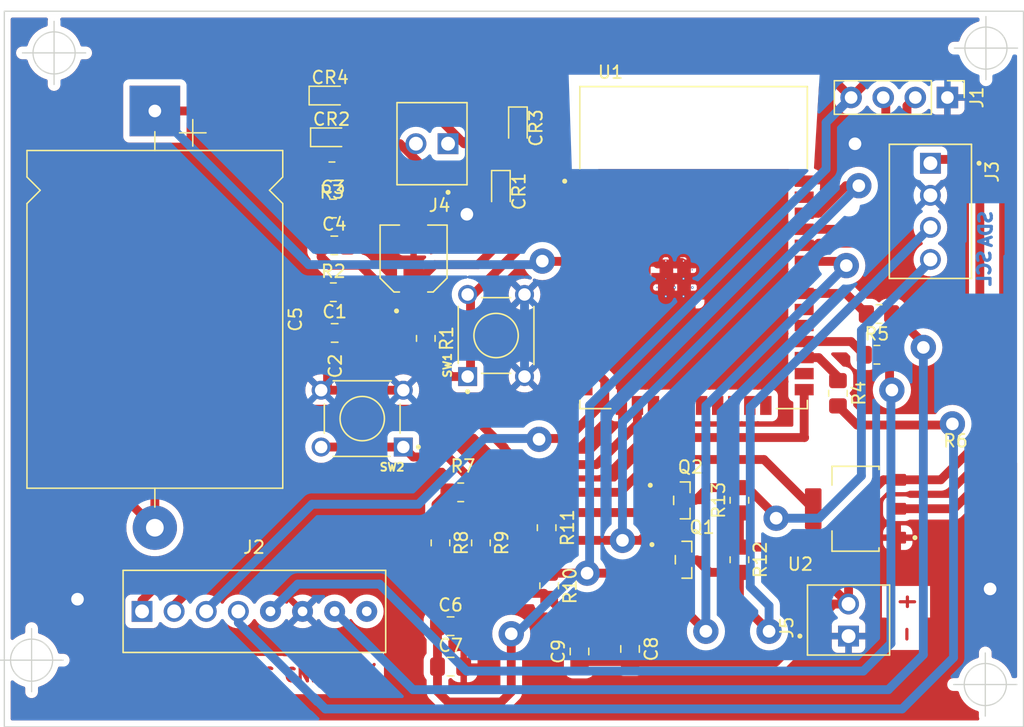
<source format=kicad_pcb>
(kicad_pcb (version 20211014) (generator pcbnew)
  (layers (0 "F.Cu" signal) (31 "B.Cu" signal) (34 "B.Paste" user) (35 "F.Paste" user) (36 "B.SilkS" user "B.Silkscreen") (37 "F.SilkS" user "F.Silkscreen") (38 "B.Mask" user) (39 "F.Mask" user) (44 "Edge.Cuts" user))
  (net 0 "")
  (net 1 "GND")
  (net 2 "Net-(C1-Pad2)")
  (net 3 "Net-(C5-Pad1)")
  (net 4 "Net-(C5-Pad2)")
  (net 5 "Net-(CR1-Pad1)")
  (net 6 "Net-(CR3-Pad1)")
  (net 7 "Net-(J1-Pad2)")
  (net 8 "Net-(J1-Pad3)")
  (net 9 "Net-(J2-Pad1)")
  (net 10 "Net-(J2-Pad2)")
  (net 11 "Net-(J2-Pad3)")
  (net 12 "Net-(J2-Pad4)")
  (net 13 "Net-(J2-Pad5)")
  (net 14 "Net-(J2-Pad7)")
  (net 16 "Net-(J3-Pad3)")
  (net 17 "Net-(J3-Pad4)")
  (net 18 "Net-(Q1-Pad2)")
  (net 40 "+3V3")
  (net 41 "Net-(R7-Pad2)")
  (net 42 "Net-(R4-Pad1)")
  (net 43 "Net-(R5-Pad1)")
  (net 44 "Net-(R6-Pad1)")
  (net 45 "Net-(Q2-Pad2)")
  (net 46 "+5V")
  (footprint "Diode_SMD:D_0603_1608Metric_Pad1.05x0.95mm_HandSolder" (layer "F.Cu") (at 159.6898 43.4086 -90)
    (fp_text reference "CR1")
    (fp_text value "1N4148W-TP")
  )
  (footprint "2N7002:SOT95P240X111-3N" (layer "F.Cu") (at 174.0094 67.8688)
    (fp_text reference "Q2")
    (fp_text value "2N7002")
  )
  (footprint "libraries:TE_1546215-4" (layer "F.Cu") (at 193.675 44.9834 -90)
    (fp_text reference "J3")
    (fp_text value "282837-4")
  )
  (footprint "Resistor_SMD:R_0805_2012Metric_Pad1.20x1.40mm_HandSolder" (layer "F.Cu") (at 154.909 71.2308 -90)
    (fp_text reference "R8")
    (fp_text value "10k")
  )
  (footprint "Resistor_SMD:R_0805_2012Metric_Pad1.20x1.40mm_HandSolder" (layer "F.Cu") (at 158.109 71.2308 -90)
    (fp_text reference "R9")
    (fp_text value "10k")
  )
  (footprint "libraries:SOT229P700X180-4N" (layer "F.Cu") (at 187.7476 68.5292 180)
    (fp_text reference "U2")
    (fp_text value "AMS1117")
  )
  (footprint "Resistor_SMD:R_0805_2012Metric_Pad1.20x1.40mm_HandSolder" (layer "F.Cu") (at 189.611 53.1114)
    (fp_text reference "R6")
    (fp_text value "82")
  )
  (footprint "Capacitor_SMD:C_0805_2012Metric_Pad1.18x1.45mm_HandSolder" (layer "F.Cu") (at 165.909 79.8308 90)
    (fp_text reference "C9")
    (fp_text value "4.7u")
  )
  (footprint "libraries:CAP_EEE0JA101WR" (layer "F.Cu") (at 152.781 48.7172 90)
    (fp_text reference "C2")
    (fp_text value "220u")
  )
  (footprint "Capacitor_THT:CP_Axial_L26.5mm_D20.0mm_P33.00mm_Horizontal" (layer "F.Cu") (at 132.3086 37.0332 -90)
    (fp_text reference "C5")
    (fp_text value "1000µ")
  )
  (footprint "libraries:TE_1546215-2" (layer "F.Cu") (at 154.2385 39.624 180)
    (fp_text reference "J4")
    (fp_text value "282841-2")
  )
  (footprint "Resistor_SMD:R_0805_2012Metric_Pad1.20x1.40mm_HandSolder" (layer "F.Cu") (at 178.562 72.5678 -90)
    (fp_text reference "R12")
    (fp_text value "10k")
  )
  (footprint "Diode_SMD:D_0603_1608Metric_Pad1.05x0.95mm_HandSolder" (layer "F.Cu") (at 146.177 35.814)
    (fp_text reference "CR4")
    (fp_text value "1N4148W-TP")
  )
  (footprint "Capacitor_SMD:C_0805_2012Metric_Pad1.18x1.45mm_HandSolder" (layer "F.Cu") (at 146.4056 44.7548)
    (fp_text reference "C3")
    (fp_text value "22u")
  )
  (footprint "libraries:TE_1546215-2" (layer "F.Cu") (at 187.198 77.343 90)
    (fp_text reference "J5")
    (fp_text value "282841-2")
  )
  (footprint "Capacitor_SMD:C_0805_2012Metric_Pad1.18x1.45mm_HandSolder" (layer "F.Cu") (at 146.5365 54.61)
    (fp_text reference "C1")
    (fp_text value "1u")
  )
  (footprint "Capacitor_SMD:C_0805_2012Metric_Pad1.18x1.45mm_HandSolder" (layer "F.Cu") (at 155.709 81.0308)
    (fp_text reference "C7")
    (fp_text value "4.7u")
  )
  (footprint "Resistor_SMD:R_0805_2012Metric_Pad1.20x1.40mm_HandSolder" (layer "F.Cu") (at 163.509 74.6308 -90)
    (fp_text reference "R10")
    (fp_text value "10k")
  )
  (footprint "Capacitor_SMD:C_0805_2012Metric_Pad1.18x1.45mm_HandSolder" (layer "F.Cu") (at 169.909 79.6308 -90)
    (fp_text reference "C8")
    (fp_text value "0.1u")
  )
  (footprint "Resistor_SMD:R_0805_2012Metric_Pad1.20x1.40mm_HandSolder" (layer "F.Cu") (at 153.7462 55.0418 -90)
    (fp_text reference "R1")
    (fp_text value "10k")
  )
  (footprint "Resistor_SMD:R_0805_2012Metric_Pad1.20x1.40mm_HandSolder" (layer "F.Cu") (at 156.509 67.2308)
    (fp_text reference "R7")
    (fp_text value "10k")
  )
  (footprint "2N7002:SOT95P240X111-3N" (layer "F.Cu") (at 174.1424 72.5678)
    (fp_text reference "Q1")
    (fp_text value "2N7002")
  )
  (footprint "Capacitor_SMD:C_0805_2012Metric_Pad1.18x1.45mm_HandSolder" (layer "F.Cu") (at 146.5072 47.6758)
    (fp_text reference "C4")
    (fp_text value "0.1u")
  )
  (footprint "Resistor_SMD:R_0805_2012Metric_Pad1.20x1.40mm_HandSolder" (layer "F.Cu") (at 189.4426 56.3372)
    (fp_text reference "R5")
    (fp_text value "82")
  )
  (footprint "Resistor_SMD:R_0805_2012Metric_Pad1.20x1.40mm_HandSolder" (layer "F.Cu") (at 146.32 41.8084 180)
    (fp_text reference "R3")
    (fp_text value "120")
  )
  (footprint "Diode_SMD:D_0603_1608Metric_Pad1.05x0.95mm_HandSolder" (layer "F.Cu") (at 161.036 38.3794 -90)
    (fp_text reference "CR3")
    (fp_text value "1N4148W-TP")
  )
  (footprint "libraries:SW_1825910-6-4" (layer "F.Cu") (at 148.717 61.3918 180)
    (fp_text reference "SW2")
    (fp_text value "BOOT")
  )
  (footprint "Resistor_SMD:R_0805_2012Metric_Pad1.20x1.40mm_HandSolder" (layer "F.Cu") (at 178.562 67.8594 90)
    (fp_text reference "R13")
    (fp_text value "10k")
  )
  (footprint "libraries:XCVR_ESP32-WROOM-32E_(16MB)" (layer "F.Cu") (at 174.9375 47.85125)
    (fp_text reference "U1")
    (fp_text value "ESP32-WROOM-32E_(16MB)")
  )
  (footprint "Resistor_SMD:R_0805_2012Metric_Pad1.20x1.40mm_HandSolder" (layer "F.Cu") (at 186.3598 59.3852 -90)
    (fp_text reference "R4")
    (fp_text value "82")
  )
  (footprint "Resistor_SMD:R_0805_2012Metric_Pad1.20x1.40mm_HandSolder" (layer "F.Cu") (at 146.431 51.3842)
    (fp_text reference "R2")
    (fp_text value "560")
  )
  (footprint "Diode_SMD:D_0603_1608Metric_Pad1.05x0.95mm_HandSolder" (layer "F.Cu") (at 146.29 39.116)
    (fp_text reference "CR2")
    (fp_text value "1N4148W-TP")
  )
  (footprint "Capacitor_SMD:C_0805_2012Metric_Pad1.18x1.45mm_HandSolder" (layer "F.Cu") (at 155.709 77.8308)
    (fp_text reference "C6")
    (fp_text value "0.1u")
  )
  (footprint "libraries:TE_1546215-8" (layer "F.Cu") (at 140.1572 76.6572)
    (fp_text reference "J2")
    (fp_text value "R pinnen RGB strips")
  )
  (footprint "Connector_PinHeader_2.54mm:PinHeader_1x04_P2.54mm_Vertical" (layer "F.Cu") (at 195.0212 35.9664 -90)
    (fp_text reference "J1")
    (fp_text value "Conn_01x04_Female")
  )
  (footprint "libraries:SW_1825910-6-4" (layer "F.Cu") (at 159.3088 54.8132 90)
    (fp_text reference "SW1")
    (fp_text value "ENABLE")
  )
  (footprint "Resistor_SMD:R_0805_2012Metric_Pad1.20x1.40mm_HandSolder" (layer "F.Cu") (at 163.309 70.0308 -90)
    (fp_text reference "R11")
    (fp_text value "10k")
  )
  (gr_rect (start 120.396 29.1338) (end 201.041 85.8012) (layer "Edge.Cuts") (width 0.1) (fill none))
  (gr_text "dynamo" (at 154.051 33.4518) (layer "F.Cu") (effects (font (size 1 1) (thickness 0.25))))
  (gr_text "GND\n" (at 144.0942 81.7118) (layer "F.Cu") (effects (font (size 1 1) (thickness 0.25))))
  (gr_text "B" (at 138.938 81.6864) (layer "F.Cu") (effects (font (size 1 1) (thickness 0.25))))
  (gr_text "Bicycle\n" (at 129.7178 82.7786) (layer "F.Cu") (effects (font (size 1.5 1.5) (thickness 0.3))))
  (gr_text "R" (at 146.8628 81.6102) (layer "F.Cu") (effects (font (size 1 1) (thickness 0.25))))
  (gr_text "+\n\n" (at 126.0602 37.9476 90) (layer "F.Cu") (effects (font (size 1.5 1.5) (thickness 0.3))))
  (gr_text "G" (at 141.3002 81.6864) (layer "F.Cu") (effects (font (size 1 1) (thickness 0.25))))
  (gr_text "-\n" (at 125.7554 69.215 90) (layer "F.Cu") (effects (font (size 1.5 1.5) (thickness 0.3))))
  (gr_text "X" (at 149.3266 81.407) (layer "F.Cu") (effects (font (size 1 1) (thickness 0.25)) (justify mirror)))
  (gr_text "-\n" (at 191.7446 78.4606 90) (layer "F.Cu") (effects (font (size 1 1) (thickness 0.25))))
  (gr_text "+" (at 191.7446 75.8952 90) (layer "F.Cu") (effects (font (size 1.5 1) (thickness 0.25))))
  (gr_text "SCL\n" (at 197.9422 49.4792 90) (layer "B.Cu") (effects (font (size 1 1) (thickness 0.25)) (justify mirror)))
  (gr_text "SDA" (at 198.0438 46.3804 90) (layer "B.Cu") (effects (font (size 1 1) (thickness 0.25)) (justify mirror)))
  (target plus (at 198.0692 32.0548) (size 5) (width 0.1) (layer "Edge.Cuts"))
  (target plus (at 124.333 32.4358) (size 5) (width 0.1) (layer "Edge.Cuts"))
  (target plus (at 122.555 80.518) (size 5) (width 0.1) (layer "Edge.Cuts"))
  (target plus (at 198.0184 82.4484) (size 5) (width 0.1) (layer "Edge.Cuts"))
  (segment (start 173.480261 48.261739) (end 172.468463 48.261739) (width 0.7) (layer "F.Cu") (net 1))
  (segment (start 171.387989 51.280287) (end 171.387989 50.742213) (width 0.7) (layer "F.Cu") (net 1))
  (segment (start 172.847 52.451) (end 172.847 50.927) (width 0.7) (layer "F.Cu") (net 1))
  (segment (start 171.387989 50.742213) (end 171.186979 50.541203) (width 0.7) (layer "F.Cu") (net 1))
  (segment (start 174.8375 51.71125) (end 174.8375 52.000509) (width 0.7) (layer "F.Cu") (net 1))
  (segment (start 174.387009 52.451) (end 173.887991 52.451) (width 0.7) (layer "F.Cu") (net 1))
  (segment (start 171.387989 50.8) (end 171.387989 50.742213) (width 0.7) (layer "F.Cu") (net 1))
  (segment (start 172.0375 47.292702) (end 167.336048 42.59125) (width 0.7) (layer "F.Cu") (net 1))
  (segment (start 171.186979 50.541203) (end 171.186979 49.258952) (width 0.7) (layer "F.Cu") (net 1))
  (segment (start 174.787011 48.895) (end 174.787012 48.895) (width 0.7) (layer "F.Cu") (net 1))
  (segment (start 173.4375 48.692702) (end 173.4375 48.760729) (width 0.7) (layer "F.Cu") (net 1))
  (segment (start 174.371 50.8) (end 174.371 49.276) (width 0.7) (layer "F.Cu") (net 1))
  (segment (start 169.2225 60.35125) (end 169.2225 54.52625) (width 0.7) (layer "F.Cu") (net 1))
  (segment (start 175.537011 51.300998) (end 175.126759 51.71125) (width 0.7) (layer "F.Cu") (net 1))
  (segment (start 175.487011 49.880287) (end 175.056048 50.31125) (width 0.7) (layer "F.Cu") (net 1))
  (segment (start 171.186979 49.258952) (end 171.685202 48.760729) (width 0.7) (layer "F.Cu") (net 1))
  (segment (start 175.537011 50.721502) (end 175.537011 51.300998) (width 0.7) (layer "F.Cu") (net 1))
  (segment (start 172.974 52.324) (end 172.974 50.8) (width 0.7) (layer "F.Cu") (net 1))
  (segment (start 172.468463 48.261739) (end 172.0375 48.692702) (width 0.7) (layer "F.Cu") (net 1))
  (segment (start 172.0375 48.692702) (end 172.0375 47.292702) (width 0.7) (layer "F.Cu") (net 1))
  (segment (start 172.0375 52.2765) (end 172.0375 51.71125) (width 0.7) (layer "F.Cu") (net 1))
  (segment (start 174.371 52.197) (end 174.371 50.673) (width 0.7) (layer "F.Cu") (net 1))
  (segment (start 174.8375 48.91125) (end 174.8375 48.692702) (width 0.7) (layer "F.Cu") (net 1))
  (segment (start 173.482 49.149) (end 175.006 49.149) (width 0.7) (layer "F.Cu") (net 1))
  (segment (start 171.676817 50.453385) (end 171.387989 50.8) (width 0.7) (layer "F.Cu") (net 1))
  (segment (start 171.818952 51.71125) (end 171.387989 51.280287) (width 0.7) (layer "F.Cu") (net 1))
  (segment (start 172.0375 51.71125) (end 171.818952 51.71125) (width 0.7) (layer "F.Cu") (net 1))
  (segment (start 169.8715 78.6308) (end 166.0715 78.6308) (width 0.7) (layer "F.Cu") (net 1))
  (segment (start 169.2225 54.52625) (end 172.0375 51.71125) (width 0.7) (layer "F.Cu") (net 1))
  (segment (start 172.085 49.149) (end 173.609 49.149) (width 0.7) (layer "F.Cu") (net 1))
  (segment (start 145.975 55.086) (end 145.499 54.61) (width 0.7) (layer "F.Cu") (net 1))
  (segment (start 172.171761 52.410761) (end 172.0375 52.2765) (width 0.7) (layer "F.Cu") (net 1))
  (segment (start 175.341006 48.341006) (end 181.090761 42.59125) (width 0.7) (layer "F.Cu") (net 1))
  (segment (start 174.787012 48.895) (end 175.341006 48.341006) (width 0.7) (layer "F.Cu") (net 1))
  (segment (start 145.467 59.1418) (end 151.967 59.1418) (width 0.7) (layer "F.Cu") (net 1))
  (segment (start 145.467 59.1418) (end 145.975 58.6338) (width 0.7) (layer "F.Cu") (net 1))
  (segment (start 166.0715 78.6308) (end 165.909 78.7933) (width 0.7) (layer "F.Cu") (net 1))
  (segment (start 174.406537 48.261739) (end 173.480261 48.261739) (width 0.7) (layer "F.Cu") (net 1))
  (segment (start 172.466 52.324) (end 172.466 50.8) (width 0.7) (layer "F.Cu") (net 1))
  (segment (start 175.126759 50.31125) (end 175.537011 50.721502) (width 0.7) (layer "F.Cu") (net 1))
  (segment (start 145.975 58.6338) (end 145.975 55.086) (width 0.7) (layer "F.Cu") (net 1))
  (segment (start 175.126759 51.71125) (end 174.8375 51.71125) (width 0.7) (layer "F.Cu") (net 1))
  (segment (start 173.101 50.8) (end 173.101 52.324) (width 0.7) (layer "F.Cu") (net 1))
  (segment (start 174.8375 48.692702) (end 174.406537 48.261739) (width 0.7) (layer "F.Cu") (net 1))
  (segment (start 173.243399 48.498601) (end 173.4375 48.692702) (width 0.7) (layer "F.Cu") (net 1))
  (segment (start 147.32 47.0795) (end 147.5447 47.3042) (width 0.7) (layer "F.Cu") (net 1))
  (segment (start 173.027248 52.410761) (end 172.171761 52.410761) (width 0.7) (layer "F.Cu") (net 1))
  (segment (start 173.99 52.197) (end 173.99 50.673) (width 0.7) (layer "F.Cu") (net 1))
  (segment (start 173.4375 52.000509) (end 173.027248 52.410761) (width 0.7) (layer "F.Cu") (net 1))
  (segment (start 175.341006 48.341006) (end 175.487011 48.487011) (width 0.7) (layer "F.Cu") (net 1))
  (segment (start 173.480261 48.261739) (end 173.243399 48.498601) (width 0.7) (layer "F.Cu") (net 1))
  (segment (start 175.056048 50.31125) (end 174.8375 50.31125) (width 0.7) (layer "F.Cu") (net 1))
  (segment (start 169.909 78.5933) (end 169.8715 78.6308) (width 0.7) (layer "F.Cu") (net 1))
  (segment (start 173.99 50.546) (end 173.99 49.022) (width 0.7) (layer "F.Cu") (net 1))
  (segment (start 173.887991 52.451) (end 173.4375 52.000509) (width 0.7) (layer "F.Cu") (net 1))
  (segment (start 172.974 50.927) (end 172.974 49.403) (width 0.7) (layer "F.Cu") (net 1))
  (segment (start 174.8375 50.31125) (end 175.126759 50.31125) (width 0.7) (layer "F.Cu") (net 1))
  (segment (start 174.8375 52.000509) (end 174.387009 52.451) (width 0.7) (layer "F.Cu") (net 1))
  (segment (start 171.387989 50.742213) (end 171.676817 50.453385) (width 0.7) (layer "F.Cu") (net 1))
  (segment (start 173.4375 51.71125) (end 173.4375 52.000509) (width 0.7) (layer "F.Cu") (net 1))
  (segment (start 147.5447 47.3042) (end 147.5447 47.6758) (width 0.7) (layer "F.Cu") (net 1))
  (segment (start 181.090761 42.59125) (end 183.6875 42.59125) (width 0.7) (layer "F.Cu") (net 1))
  (segment (start 175.487011 48.487011) (end 175.487011 49.880287) (width 0.7) (layer "F.Cu") (net 1))
  (segment (start 167.336048 42.59125) (end 166.1875 42.59125) (width 0.7) (layer "F.Cu") (net 1))
  (segment (start 172.593 50.927) (end 172.593 49.403) (width 0.7) (layer "F.Cu") (net 1))
  (via (at 198.3994 74.8792) (size 2) (drill 1) (layers "F.Cu" "B.Cu") (net 1))
  (via (at 156.9974 45.212) (size 2) (drill 1) (layers "F.Cu" "B.Cu") (net 1))
  (via (at 187.709 39.6308) (size 2) (drill 1) (layers "F.Cu" "B.Cu") (net 1))
  (via (at 126.1872 75.692) (size 2) (drill 1) (layers "F.Cu" "B.Cu") (net 1))
  (segment (start 161.5588 51.5632) (end 161.5588 58.0632) (width 0.7) (layer "B.Cu") (net 1))
  (segment (start 157.5042 51.5632) (end 163.93615 45.13125) (width 0.7) (layer "F.Cu") (net 2))
  (segment (start 148.6756 55.7116) (end 147.574 54.61) (width 0.7) (layer "F.Cu") (net 2))
  (segment (start 157.0588 58.0632) (end 157.2874 57.8346) (width 0.7) (layer "F.Cu") (net 2))
  (segment (start 163.93615 45.13125) (end 166.1875 45.13125) (width 0.7) (layer "F.Cu") (net 2))
  (segment (start 155.7676 58.0632) (end 153.7462 56.0418) (width 0.7) (layer "F.Cu") (net 2))
  (segment (start 157.2874 51.7918) (end 157.0588 51.5632) (width 0.7) (layer "F.Cu") (net 2))
  (segment (start 166.1875 45.13125) (end 165.058478 45.13125) (width 0.7) (layer "F.Cu") (net 2))
  (segment (start 157.0588 58.0632) (end 155.7676 58.0632) (width 0.7) (layer "F.Cu") (net 2))
  (segment (start 157.2874 57.8346) (end 157.2874 51.7918) (width 0.7) (layer "F.Cu") (net 2))
  (segment (start 157.0588 51.5632) (end 157.5042 51.5632) (width 0.7) (layer "F.Cu") (net 2))
  (segment (start 153.7462 56.0418) (end 153.416 55.7116) (width 0.7) (layer "F.Cu") (net 2))
  (segment (start 153.416 55.7116) (end 148.6756 55.7116) (width 0.7) (layer "F.Cu") (net 2))
  (segment (start 147.701 54.737) (end 147.574 54.61) (width 0.7) (layer "F.Cu") (net 2))
  (segment (start 162.98725 48.94125) (end 166.1875 48.94125) (width 0.7) (layer "F.Cu") (net 3))
  (segment (start 145.302 41.7904) (end 145.32 41.8084) (width 0.7) (layer "F.Cu") (net 3))
  (segment (start 145.302 35.814) (end 145.302 41.7904) (width 0.7) (layer "F.Cu") (net 3))
  (segment (start 145.2184 41.8084) (end 140.4432 37.0332) (width 0.7) (layer "F.Cu") (net 3))
  (segment (start 140.4432 37.0332) (end 132.3086 37.0332) (width 0.7) (layer "F.Cu") (net 3))
  (segment (start 162.9664 48.9204) (end 162.98725 48.94125) (width 0.7) (layer "F.Cu") (net 3))
  (segment (start 145.32 41.8084) (end 145.2184 41.8084) (width 0.7) (layer "F.Cu") (net 3))
  (via (at 162.9664 48.9204) (size 2) (drill 1) (layers "F.Cu" "B.Cu") (net 3))
  (segment (start 162.9664 48.9204) (end 162.687 49.1998) (width 0.7) (layer "B.Cu") (net 3))
  (segment (start 144.4752 49.1998) (end 132.3086 37.0332) (width 0.7) (layer "B.Cu") (net 3))
  (segment (start 162.687 49.1998) (end 144.4752 49.1998) (width 0.7) (layer "B.Cu") (net 3))
  (segment (start 161.036 39.2544) (end 161.7472 39.9656) (width 0.7) (layer "F.Cu") (net 4))
  (segment (start 160.51553 31.6738) (end 160.775765 31.934035) (width 0.7) (layer "F.Cu") (net 4))
  (segment (start 128.143 65.8676) (end 132.3086 70.0332) (width 0.7) (layer "F.Cu") (net 4))
  (segment (start 160.775765 31.934035) (end 160.54093 31.6992) (width 0.7) (layer "F.Cu") (net 4))
  (segment (start 160.775765 31.934035) (end 162.78608 33.94435) (width 0.7) (layer "F.Cu") (net 4))
  (segment (start 161.7472 39.9656) (end 161.7472 43.0784) (width 0.7) (layer "F.Cu") (net 4))
  (segment (start 132.3086 70.0332) (end 132.3086 64.5066) (width 0.7) (layer "F.Cu") (net 4))
  (segment (start 162.78608 33.94435) (end 162.78608 38.81372) (width 0.7) (layer "F.Cu") (net 4))
  (segment (start 162.78608 38.81372) (end 162.3454 39.2544) (width 0.7) (layer "F.Cu") (net 4))
  (segment (start 131.445 31.6992) (end 128.143 35.0012) (width 0.7) (layer "F.Cu") (net 4))
  (segment (start 161.7472 43.0784) (end 160.542 44.2836) (width 0.7) (layer "F.Cu") (net 4))
  (segment (start 160.54093 31.6992) (end 131.445 31.6992) (width 0.7) (layer "F.Cu") (net 4))
  (segment (start 132.3086 64.5066) (end 145.431 51.3842) (width 0.7) (layer "F.Cu") (net 4))
  (segment (start 162.3454 39.2544) (end 161.036 39.2544) (width 0.7) (layer "F.Cu") (net 4))
  (segment (start 128.143 35.0012) (end 128.143 65.8676) (width 0.7) (layer "F.Cu") (net 4))
  (segment (start 160.542 44.2836) (end 159.6898 44.2836) (width 0.7) (layer "F.Cu") (net 4))
  (segment (start 151.6985 39.624) (end 147.673 39.624) (width 0.7) (layer "F.Cu") (net 5))
  (segment (start 159.6898 42.5336) (end 159.653 42.5704) (width 0.7) (layer "F.Cu") (net 5))
  (segment (start 147.673 39.624) (end 147.165 39.116) (width 0.7) (layer "F.Cu") (net 5))
  (segment (start 159.653 42.5704) (end 154.6449 42.5704) (width 0.7) (layer "F.Cu") (net 5))
  (segment (start 154.6449 42.5704) (end 151.6985 39.624) (width 0.7) (layer "F.Cu") (net 5))
  (segment (start 152.9685 35.814) (end 147.052 35.814) (width 0.7) (layer "F.Cu") (net 6))
  (segment (start 158.8981 37.5044) (end 161.036 37.5044) (width 0.7) (layer "F.Cu") (net 6))
  (segment (start 156.7785 39.624) (end 152.9685 35.814) (width 0.7) (layer "F.Cu") (net 6))
  (segment (start 156.7785 39.624) (end 158.8981 37.5044) (width 0.7) (layer "F.Cu") (net 6))
  (segment (start 191.8208 45.0596) (end 189.357 47.5234) (width 0.7) (layer "F.Cu") (net 7))
  (segment (start 191.8208 36.6268) (end 191.8208 45.0596) (width 0.7) (layer "F.Cu") (net 7))
  (segment (start 190.3476 46.5328) (end 189.357 47.5234) (width 0.7) (layer "F.Cu") (net 7))
  (segment (start 189.33437 47.50077) (end 184.847341 47.50077) (width 0.7) (layer "F.Cu") (net 7))
  (segment (start 184.676861 47.67125) (end 183.6875 47.67125) (width 0.7) (layer "F.Cu") (net 7))
  (segment (start 189.357 47.5234) (end 189.33437 47.50077) (width 0.7) (layer "F.Cu") (net 7))
  (segment (start 192.4812 35.9664) (end 191.8208 36.6268) (width 0.7) (layer "F.Cu") (net 7))
  (segment (start 184.847341 47.50077) (end 184.676861 47.67125) (width 0.7) (layer "F.Cu") (net 7))
  (segment (start 189.9412 35.9664) (end 190.1444 36.1696) (width 0.7) (layer "F.Cu") (net 8))
  (segment (start 190.1444 44.1452) (end 187.88835 46.40125) (width 0.7) (layer "F.Cu") (net 8))
  (segment (start 190.1444 36.1696) (end 190.1444 44.1452) (width 0.7) (layer "F.Cu") (net 8))
  (segment (start 187.88835 46.40125) (end 183.6875 46.40125) (width 0.7) (layer "F.Cu") (net 8))
  (segment (start 131.2952 75.791) (end 131.2952 76.6572) (width 0.7) (layer "F.Cu") (net 9))
  (segment (start 143.89832 60.64788) (end 141.7066 62.8396) (width 0.7) (layer "F.Cu") (net 9))
  (segment (start 141.7066 62.8396) (end 141.7066 65.3796) (width 0.7) (layer "F.Cu") (net 9))
  (segment (start 164.58275 60.706) (end 162.946556 60.706) (width 0.7) (layer "F.Cu") (net 9))
  (segment (start 141.7066 65.3796) (end 131.2952 75.791) (width 0.7) (layer "F.Cu") (net 9))
  (segment (start 166.1875 59.10125) (end 164.58275 60.706) (width 0.7) (layer "F.Cu") (net 9))
  (segment (start 162.946556 60.706) (end 162.888436 60.64788) (width 0.7) (layer "F.Cu") (net 9))
  (segment (start 162.888436 60.64788) (end 143.89832 60.64788) (width 0.7) (layer "F.Cu") (net 9))
  (segment (start 170.4925 61.80125) (end 167.26295 65.0308) (width 0.7) (layer "F.Cu") (net 10))
  (segment (start 144.7038 61.7474) (end 143.002 63.4492) (width 0.7) (layer "F.Cu") (net 10))
  (segment (start 161.234817 65.0308) (end 159.959489 63.755472) (width 0.7) (layer "F.Cu") (net 10))
  (segment (start 133.8352 76.172) (end 133.8352 76.6572) (width 0.7) (layer "F.Cu") (net 10))
  (segment (start 143.002 67.0052) (end 133.8352 76.172) (width 0.7) (layer "F.Cu") (net 10))
  (segment (start 159.959489 63.681289) (end 158.0256 61.7474) (width 0.7) (layer "F.Cu") (net 10))
  (segment (start 159.959489 63.755472) (end 159.959489 63.681289) (width 0.7) (layer "F.Cu") (net 10))
  (segment (start 167.26295 65.0308) (end 161.234817 65.0308) (width 0.7) (layer "F.Cu") (net 10))
  (segment (start 170.4925 60.35125) (end 170.4925 61.80125) (width 0.7) (layer "F.Cu") (net 10))
  (segment (start 158.0256 61.7474) (end 144.7038 61.7474) (width 0.7) (layer "F.Cu") (net 10))
  (segment (start 143.002 63.4492) (end 143.002 67.0052) (width 0.7) (layer "F.Cu") (net 10))
  (segment (start 162.709 63.0308) (end 162.7732 62.9666) (width 0.7) (layer "F.Cu") (net 11))
  (segment (start 162.7732 62.9666) (end 164.973 62.9666) (width 0.7) (layer "F.Cu") (net 11))
  (segment (start 167.3375 57.83125) (end 166.1875 57.83125) (width 0.7) (layer "F.Cu") (net 11))
  (segment (start 164.973 62.9666) (end 167.909 60.0306) (width 0.7) (layer "F.Cu") (net 11))
  (segment (start 167.909 58.40275) (end 167.3375 57.83125) (width 0.7) (layer "F.Cu") (net 11))
  (segment (start 167.909 60.0306) (end 167.909 58.40275) (width 0.7) (layer "F.Cu") (net 11))
  (via (at 162.709 63.0308) (size 2) (drill 1) (layers "F.Cu" "B.Cu") (net 11))
  (segment (start 136.3752 76.54624) (end 136.3752 76.6572) (width 0.7) (layer "B.Cu") (net 11))
  (segment (start 153.1662 68.1736) (end 144.74784 68.1736) (width 0.7) (layer "B.Cu") (net 11))
  (segment (start 144.74784 68.1736) (end 136.3752 76.54624) (width 0.7) (layer "B.Cu") (net 11))
  (segment (start 162.709 63.0308) (end 162.6448 62.9666) (width 0.7) (layer "B.Cu") (net 11))
  (segment (start 162.6448 62.9666) (end 158.3732 62.9666) (width 0.7) (layer "B.Cu") (net 11))
  (segment (start 158.3732 62.9666) (end 153.1662 68.1736) (width 0.7) (layer "B.Cu") (net 11))
  (segment (start 195.326 61.8998) (end 195.4149 61.8109) (width 0.7) (layer "F.Cu") (net 12))
  (segment (start 192.8622 61.8998) (end 193.4718 61.8998) (width 0.7) (layer "F.Cu") (net 12))
  (segment (start 187.8744 61.8998) (end 192.8622 61.8998) (width 0.7) (layer "F.Cu") (net 12))
  (segment (start 186.3598 60.3852) (end 187.8744 61.8998) (width 0.7) (layer "F.Cu") (net 12))
  (segment (start 192.8622 61.8998) (end 195.326 61.8998) (width 0.7) (layer "F.Cu") (net 12))
  (via (at 195.4149 61.8109) (size 2) (drill 1) (layers "F.Cu" "B.Cu") (net 12))
  (segment (start 145.1597 83.7933) (end 138.9152 77.5488) (width 0.7) (layer "B.Cu") (net 12))
  (segment (start 195.4149 61.8109) (end 195.5038 61.8998) (width 0.7) (layer "B.Cu") (net 12))
  (segment (start 145.2131 83.7933) (end 145.1597 83.7933) (width 0.7) (layer "B.Cu") (net 12))
  (segment (start 195.5038 80.3148) (end 191.4398 84.3788) (width 0.7) (layer "B.Cu") (net 12))
  (segment (start 195.5038 61.8998) (end 195.5038 80.3148) (width 0.7) (layer "B.Cu") (net 12))
  (segment (start 145.7986 84.3788) (end 145.2131 83.7933) (width 0.7) (layer "B.Cu") (net 12))
  (segment (start 138.9152 77.5488) (end 138.9152 76.6572) (width 0.7) (layer "B.Cu") (net 12))
  (segment (start 145.2131 83.7933) (end 144.8842 83.4644) (width 0.7) (layer "B.Cu") (net 12))
  (segment (start 195.3514 61.7474) (end 195.4149 61.8109) (width 0.7) (layer "B.Cu") (net 12))
  (segment (start 191.4398 84.3788) (end 145.7986 84.3788) (width 0.7) (layer "B.Cu") (net 12))
  (segment (start 190.4426 58.9468) (end 190.4426 56.3372) (width 0.7) (layer "F.Cu") (net 13))
  (segment (start 190.627 59.1312) (end 190.4426 58.9468) (width 0.7) (layer "F.Cu") (net 13))
  (via (at 190.627 59.1312) (size 2) (drill 1) (layers "F.Cu" "B.Cu") (net 13))
  (segment (start 156.972 81.3816) (end 150.0886 74.4982) (width 0.7) (layer "B.Cu") (net 13))
  (segment (start 190.5508 79.1972) (end 188.3664 81.3816) (width 0.7) (layer "B.Cu") (net 13))
  (segment (start 190.627 59.1312) (end 190.5508 59.2074) (width 0.7) (layer "B.Cu") (net 13))
  (segment (start 143.6142 74.4982) (end 141.4552 76.6572) (width 0.7) (layer "B.Cu") (net 13))
  (segment (start 190.5508 59.2074) (end 190.5508 79.1972) (width 0.7) (layer "B.Cu") (net 13))
  (segment (start 188.3664 81.3816) (end 156.972 81.3816) (width 0.7) (layer "B.Cu") (net 13))
  (segment (start 150.0886 74.4982) (end 143.6142 74.4982) (width 0.7) (layer "B.Cu") (net 13))
  (segment (start 193.1162 55.4228) (end 190.8048 53.1114) (width 0.7) (layer "F.Cu") (net 14))
  (segment (start 193.1162 55.753) (end 193.1162 55.4228) (width 0.7) (layer "F.Cu") (net 14))
  (segment (start 190.8048 53.1114) (end 190.611 53.1114) (width 0.7) (layer "F.Cu") (net 14))
  (via (at 193.1162 55.753) (size 2) (drill 1) (layers "F.Cu" "B.Cu") (net 14))
  (segment (start 152.7328 82.8548) (end 146.5352 76.6572) (width 0.7) (layer "B.Cu") (net 14))
  (segment (start 193.1162 80.0862) (end 190.3476 82.8548) (width 0.7) (layer "B.Cu") (net 14))
  (segment (start 190.3476 82.8548) (end 152.7328 82.8548) (width 0.7) (layer "B.Cu") (net 14))
  (segment (start 193.1162 55.753) (end 193.1162 80.0862) (width 0.7) (layer "B.Cu") (net 14))
  (segment (start 178.562 73.5678) (end 178.562 75.8838) (width 0.7) (layer "F.Cu") (net 16))
  (segment (start 178.562 73.5678) (end 176.2024 73.5678) (width 0.7) (layer "F.Cu") (net 16))
  (segment (start 178.562 75.8838) (end 180.909 78.2308) (width 0.7) (layer "F.Cu") (net 16))
  (segment (start 176.2024 73.5678) (end 175.2024 72.5678) (width 0.7) (layer "F.Cu") (net 16))
  (via (at 180.909 78.2308) (size 2) (drill 1) (layers "F.Cu" "B.Cu") (net 16))
  (segment (start 180.909 76.207222) (end 180.909 78.2308) (width 0.7) (layer "B.Cu") (net 16))
  (segment (start 179.420789 74.719011) (end 180.909 76.207222) (width 0.7) (layer "B.Cu") (net 16))
  (segment (start 193.675 46.2534) (end 193.6496 46.2534) (width 0.7) (layer "B.Cu") (net 16))
  (segment (start 180.4924 59.4106) (end 179.420789 60.482211) (width 0.7) (layer "B.Cu") (net 16))
  (segment (start 179.420789 60.482211) (end 179.420789 74.719011) (width 0.7) (layer "B.Cu") (net 16))
  (segment (start 193.6496 46.2534) (end 180.4924 59.4106) (width 0.7) (layer "B.Cu") (net 16))
  (segment (start 179.199798 66.8594) (end 178.562 66.8594) (width 0.7) (layer "F.Cu") (net 17))
  (segment (start 178.562 66.8594) (end 176.0788 66.8594) (width 0.7) (layer "F.Cu") (net 17))
  (segment (start 181.4703 69.2785) (end 181.483 69.2912) (width 0.7) (layer "F.Cu") (net 17))
  (segment (start 181.4703 69.2785) (end 181.4703 69.129902) (width 0.7) (layer "F.Cu") (net 17))
  (segment (start 176.0788 66.8594) (end 175.0694 67.8688) (width 0.7) (layer "F.Cu") (net 17))
  (segment (start 181.4703 69.129902) (end 179.199798 66.8594) (width 0.7) (layer "F.Cu") (net 17))
  (via (at 181.4703 69.2785) (size 2) (drill 1) (layers "F.Cu" "B.Cu") (net 17))
  (segment (start 188.214 54.4068) (end 188.214 65.9258) (width 0.7) (layer "B.Cu") (net 17))
  (segment (start 188.214 65.9258) (end 184.8613 69.2785) (width 0.7) (layer "B.Cu") (net 17))
  (segment (start 184.8613 69.2785) (end 181.4703 69.2785) (width 0.7) (layer "B.Cu") (net 17))
  (segment (start 193.675 48.7934) (end 193.675 48.9458) (width 0.7) (layer "B.Cu") (net 17))
  (segment (start 193.675 48.9458) (end 188.214 54.4068) (width 0.7) (layer "B.Cu") (net 17))
  (segment (start 173.0824 73.5178) (end 173.0824 75.4042) (width 0.7) (layer "F.Cu") (net 18))
  (segment (start 170.3694 76.2308) (end 173.0824 73.5178) (width 0.7) (layer "F.Cu") (net 18))
  (segment (start 163.509 75.6308) (end 164.109 76.2308) (width 0.7) (layer "F.Cu") (net 18))
  (segment (start 173.0824 75.4042) (end 175.909 78.2308) (width 0.7) (layer "F.Cu") (net 18))
  (segment (start 154.909 72.6308) (end 154.909 72.2308) (width 0.7) (layer "F.Cu") (net 18))
  (segment (start 163.509 75.6308) (end 163.109 75.2308) (width 0.7) (layer "F.Cu") (net 18))
  (segment (start 183.6875 48.94125) (end 186.68545 48.94125) (width 0.7) (layer "F.Cu") (net 18))
  (segment (start 163.109 75.2308) (end 157.509 75.2308) (width 0.7) (layer "F.Cu") (net 18))
  (segment (start 164.109 76.2308) (end 170.3694 76.2308) (width 0.7) (layer "F.Cu") (net 18))
  (segment (start 186.68545 48.94125) (end 187.0202 49.276) (width 0.7) (layer "F.Cu") (net 18))
  (segment (start 157.509 75.2308) (end 154.909 72.6308) (width 0.7) (layer "F.Cu") (net 18))
  (via (at 175.909 78.2308) (size 2) (drill 1) (layers "F.Cu" "B.Cu") (net 18))
  (via (at 187.0202 49.276) (size 2) (drill 1) (layers "F.Cu" "B.Cu") (net 18))
  (segment (start 175.909 60.3872) (end 175.909 78.2308) (width 0.7) (layer "B.Cu") (net 18))
  (segment (start 187.0202 49.276) (end 175.909 60.3872) (width 0.7) (layer "B.Cu") (net 18))
  (segment (start 170.754044 68.8308) (end 172.666044 66.9188) (width 0.7) (layer "F.Cu") (net 40))
  (segment (start 164.1856 34.3408) (end 164.1856 43.288372) (width 0.7) (layer "F.Cu") (net 40))
  (segment (start 189.8396 33.528) (end 195.834 33.528) (width 0.7) (layer "F.Cu") (net 40))
  (segment (start 172.9494 66.5904) (end 172.9494 66.9188) (width 0.7) (layer "F.Cu") (net 40))
  (segment (start 163.309 69.0308) (end 159.309 69.0308) (width 0.7) (layer "F.Cu") (net 40))
  (segment (start 163.22495 43.86125) (end 157.8864 49.1998) (width 0.7) (layer "F.Cu") (net 40))
  (segment (start 145.4095 44.7962) (end 145.4095 47.6156) (width 0.7) (layer "F.Cu") (net 40))
  (segment (start 153.7462 54.0418) (end 153.4762 53.7718) (width 0.7) (layer "F.Cu") (net 40))
  (segment (start 163.509 68.8308) (end 170.754044 68.8308) (width 0.7) (layer "F.Cu") (net 40))
  (segment (start 148.5646 49.2506) (end 150.359 51.045) (width 0.7) (layer "F.Cu") (net 40))
  (segment (start 197.855011 35.549011) (end 197.931211 35.549011) (width 0.7) (layer "F.Cu") (net 40))
  (segment (start 159.309 69.0308) (end 158.109 70.2308) (width 0.7) (layer "F.Cu") (net 40))
  (segment (start 154.559 69.8808) (end 154.909 70.2308) (width 0.7) (layer "F.Cu") (net 40))
  (segment (start 159.709 83.8308) (end 155.509 83.8308) (width 0.7) (layer "F.Cu") (net 40))
  (segment (start 145.4697 48.5941) (end 146.1262 49.2506) (width 0.7) (layer "F.Cu") (net 40))
  (segment (start 195.834 33.528) (end 197.855011 35.549011) (width 0.7) (layer "F.Cu") (net 40))
  (segment (start 160.509 78.4308) (end 160.509 83.0308) (width 0.7) (layer "F.Cu") (net 40))
  (segment (start 145.4697 47.6758) (end 145.4697 48.5941) (width 0.7) (layer "F.Cu") (net 40))
  (segment (start 199.4662 37.084) (end 199.4662 37.4142) (width 0.7) (layer "F.Cu") (net 40))
  (segment (start 166.1875 43.86125) (end 163.22495 43.86125) (width 0.7) (layer "F.Cu") (net 40))
  (segment (start 154.4484 49.1998) (end 152.781 50.8672) (width 0.7) (layer "F.Cu") (net 40))
  (segment (start 171.996183 71.6178) (end 173.0824 71.6178) (width 0.7) (layer "F.Cu") (net 40))
  (segment (start 199.4662 37.4142) (end 199.4662 64.5922) (width 0.7) (layer "F.Cu") (net 40))
  (segment (start 152.146 74.0678) (end 154.6715 76.5933) (width 0.7) (layer "F.Cu") (net 40))
  (segment (start 152.6032 51.045) (end 152.781 50.8672) (width 0.7) (layer "F.Cu") (net 40))
  (segment (start 145.3681 44.7548) (end 145.4095 44.7962) (width 0.7) (layer "F.Cu") (net 40))
  (segment (start 199.4662 64.5922) (end 195.5292 68.5292) (width 0.7) (layer "F.Cu") (net 40))
  (segment (start 184.4026 68.5292) (end 180.5042 64.6308) (width 0.7) (layer "F.Cu") (net 40))
  (segment (start 155.509 67.2308) (end 154.559 68.1808) (width 0.7) (layer "F.Cu") (net 40))
  (segment (start 163.309 69.0308) (end 163.509 68.8308) (width 0.7) (layer "F.Cu") (net 40))
  (segment (start 166.509 73.6308) (end 169.983183 73.6308) (width 0.7) (layer "F.Cu") (net 40))
  (segment (start 187.4012 35.9664) (end 188.850711 34.516889) (width 0.7) (layer "F.Cu") (net 40))
  (segment (start 152.781 53.0766) (end 153.7462 54.0418) (width 0.7) (layer "F.Cu") (net 40))
  (segment (start 184.3786 32.9438) (end 187.4012 35.9664) (width 0.7) (layer "F.Cu") (net 40))
  (segment (start 172.666044 66.9188) (end 172.9494 66.9188) (width 0.7) (layer "F.Cu") (net 40))
  (segment (start 165.5826 32.9438) (end 164.1856 34.3408) (width 0.7) (layer "F.Cu") (net 40))
  (segment (start 152.324 70.2308) (end 152.146 70.4088) (width 0.7) (layer "F.Cu") (net 40))
  (segment (start 164.1856 43.288372) (end 164.758478 43.86125) (width 0.7) (layer "F.Cu") (net 40))
  (segment (start 180.5042 64.6308) (end 174.909 64.6308) (width 0.7) (layer "F.Cu") (net 40))
  (segment (start 146.1262 49.2506) (end 148.5646 49.2506) (width 0.7) (layer "F.Cu") (net 40))
  (segment (start 157.8864 49.1998) (end 154.4484 49.1998) (width 0.7) (layer "F.Cu") (net 40))
  (segment (start 169.983183 73.6308) (end 171.996183 71.6178) (width 0.7) (layer "F.Cu") (net 40))
  (segment (start 154.6715 82.9933) (end 154.6715 81.0308) (width 0.7) (layer "F.Cu") (net 40))
  (segment (start 154.909 70.2308) (end 152.324 70.2308) (width 0.7) (layer "F.Cu") (net 40))
  (segment (start 155.509 83.8308) (end 154.6715 82.9933) (width 0.7) (layer "F.Cu") (net 40))
  (segment (start 163.509 73.6308) (end 166.509 73.6308) (width 0.7) (layer "F.Cu") (net 40))
  (segment (start 154.6715 76.5933) (end 154.6715 77.8308) (width 0.7) (layer "F.Cu") (net 40))
  (segment (start 160.509 83.0308) (end 159.709 83.8308) (width 0.7) (layer "F.Cu") (net 40))
  (segment (start 150.359 51.045) (end 152.6032 51.045) (width 0.7) (layer "F.Cu") (net 40))
  (segment (start 145.4095 47.6156) (end 145.4697 47.6758) (width 0.7) (layer "F.Cu") (net 40))
  (segment (start 165.5826 32.9438) (end 184.3786 32.9438) (width 0.7) (layer "F.Cu") (net 40))
  (segment (start 152.146 70.4088) (end 152.146 74.0678) (width 0.7) (layer "F.Cu") (net 40))
  (segment (start 197.931211 35.549011) (end 199.4662 37.084) (width 0.7) (layer "F.Cu") (net 40))
  (segment (start 174.909 64.6308) (end 172.9494 66.5904) (width 0.7) (layer "F.Cu") (net 40))
  (segment (start 188.850711 34.516889) (end 189.8396 33.528) (width 0.7) (layer "F.Cu") (net 40))
  (segment (start 195.5292 68.5292) (end 191.0926 68.5292) (width 0.7) (layer "F.Cu") (net 40))
  (segment (start 164.758478 43.86125) (end 166.1875 43.86125) (width 0.7) (layer "F.Cu") (net 40))
  (segment (start 188.850711 34.516889) (end 189.000711 34.366889) (width 0.7) (layer "F.Cu") (net 40))
  (segment (start 154.559 68.1808) (end 154.559 69.8808) (width 0.7) (layer "F.Cu") (net 40))
  (segment (start 154.6715 77.8308) (end 154.6715 81.0308) (width 0.7) (layer "F.Cu") (net 40))
  (segment (start 152.781 50.8672) (end 152.781 53.0766) (width 0.7) (layer "F.Cu") (net 40))
  (segment (start 154.909 70.2308) (end 158.109 70.2308) (width 0.7) (layer "F.Cu") (net 40))
  (via (at 166.509 73.6308) (size 2) (drill 1) (layers "F.Cu" "B.Cu") (net 40))
  (via (at 160.509 78.4308) (size 2) (drill 1) (layers "F.Cu" "B.Cu") (net 40))
  (segment (start 166.509 73.6308) (end 166.709 73.4308) (width 0.7) (layer "B.Cu") (net 40))
  (segment (start 166.709 73.4308) (end 166.709 60.341141) (width 0.7) (layer "B.Cu") (net 40))
  (segment (start 185.423089 41.627052) (end 185.423089 37.944511) (width 0.7) (layer "B.Cu") (net 40))
  (segment (start 185.423089 37.944511) (end 187.4012 35.9664) (width 0.7) (layer "B.Cu") (net 40))
  (segment (start 165.709 73.6308) (end 160.909 78.4308) (width 0.7) (layer "B.Cu") (net 40))
  (segment (start 166.709 60.341141) (end 185.423089 41.627052) (width 0.7) (layer "B.Cu") (net 40))
  (segment (start 160.909 78.4308) (end 160.509 78.4308) (width 0.7) (layer "B.Cu") (net 40))
  (segment (start 166.509 73.6308) (end 165.709 73.6308) (width 0.7) (layer "B.Cu") (net 40))
  (segment (start 155.509 64.4308) (end 152.756 64.4308) (width 0.7) (layer "F.Cu") (net 41))
  (segment (start 183.6875 62.8597) (end 183.7182 62.8904) (width 0.7) (layer "F.Cu") (net 41))
  (segment (start 183.6875 59.10125) (end 183.6875 62.8597) (width 0.7) (layer "F.Cu") (net 41))
  (segment (start 183.7182 62.8904) (end 173.4494 62.8904) (width 0.7) (layer "F.Cu") (net 41))
  (segment (start 152.756 64.4308) (end 151.967 63.6418) (width 0.7) (layer "F.Cu") (net 41))
  (segment (start 173.4494 62.8904) (end 169.109 67.2308) (width 0.7) (layer "F.Cu") (net 41))
  (segment (start 157.509 66.4308) (end 155.509 64.4308) (width 0.7) (layer "F.Cu") (net 41))
  (segment (start 169.109 67.2308) (end 157.509 67.2308) (width 0.7) (layer "F.Cu") (net 41))
  (segment (start 157.509 67.2308) (end 157.509 66.4308) (width 0.7) (layer "F.Cu") (net 41))
  (segment (start 151.967 63.6418) (end 145.467 63.6418) (width 0.7) (layer "F.Cu") (net 41))
  (segment (start 151.8908 63.5656) (end 151.967 63.6418) (width 0.7) (layer "B.Cu") (net 41))
  (segment (start 184.8375 56.56125) (end 186.3598 58.08355) (width 0.7) (layer "F.Cu") (net 42))
  (segment (start 183.6875 56.56125) (end 184.8375 56.56125) (width 0.7) (layer "F.Cu") (net 42))
  (segment (start 186.3598 58.08355) (end 186.3598 58.3852) (width 0.7) (layer "F.Cu") (net 42))
  (segment (start 187.39665 55.29125) (end 183.6875 55.29125) (width 0.7) (layer "F.Cu") (net 43))
  (segment (start 188.4426 56.3372) (end 187.39665 55.29125) (width 0.7) (layer "F.Cu") (net 43))
  (segment (start 183.6875 51.48125) (end 186.98085 51.48125) (width 0.7) (layer "F.Cu") (net 44))
  (segment (start 186.98085 51.48125) (end 188.611 53.1114) (width 0.7) (layer "F.Cu") (net 44))
  (segment (start 163.309 71.0308) (end 163.109 71.2308) (width 0.7) (layer "F.Cu") (net 45))
  (segment (start 188.0108 42.9514) (end 186.9948 42.9514) (width 0.7) (layer "F.Cu") (net 45))
  (segment (start 184.81495 45.13125) (end 183.6875 45.13125) (width 0.7) (layer "F.Cu") (net 45))
  (segment (start 186.9948 42.9514) (end 184.81495 45.13125) (width 0.7) (layer "F.Cu") (net 45))
  (segment (start 158.322534 72.2308) (end 158.109 72.2308) (width 0.7) (layer "F.Cu") (net 45))
  (segment (start 170.7374 71.0308) (end 172.9494 68.8188) (width 0.7) (layer "F.Cu") (net 45))
  (segment (start 159.322534 71.2308) (end 158.322534 72.2308) (width 0.7) (layer "F.Cu") (net 45))
  (segment (start 163.309 71.0308) (end 170.7374 71.0308) (width 0.7) (layer "F.Cu") (net 45))
  (segment (start 163.109 71.2308) (end 159.322534 71.2308) (width 0.7) (layer "F.Cu") (net 45))
  (via (at 188.0108 42.9514) (size 2) (drill 1) (layers "F.Cu" "B.Cu") (net 45))
  (via (at 169.309 71.0308) (size 2) (drill 1) (layers "F.Cu" "B.Cu") (net 45))
  (segment (start 169.309 61.6532) (end 188.0108 42.9514) (width 0.7) (layer "B.Cu") (net 45))
  (segment (start 188.0108 42.9514) (end 187.2234 43.7388) (width 0.7) (layer "B.Cu") (net 45))
  (segment (start 169.309 71.0308) (end 169.309 61.6532) (width 0.7) (layer "B.Cu") (net 45))
  (segment (start 169.909 80.6683) (end 169.8715 80.6308) (width 0.7) (layer "F.Cu") (net 46))
  (segment (start 187.198 76.073) (end 186.031274 76.073) (width 0.7) (layer "F.Cu") (net 46))
  (segment (start 191.0926 66.2392) (end 189.950843 66.2392) (width 0.7) (layer "F.Cu") (net 46))
  (segment (start 197.5866 63.1444) (end 194.4918 66.2392) (width 0.7) (layer "F.Cu") (net 46))
  (segment (start 193.675 41.1734) (end 193.9798 40.8686) (width 0.7) (layer "F.Cu") (net 46))
  (segment (start 169.8715 80.6308) (end 166.1465 80.6308) (width 0.7) (layer "F.Cu") (net 46))
  (segment (start 194.4918 66.2392) (end 191.0926 66.2392) (width 0.7) (layer "F.Cu") (net 46))
  (segment (start 189.950843 66.2392) (end 187.198 68.992043) (width 0.7) (layer "F.Cu") (net 46))
  (segment (start 197.5866 43.1292) (end 197.5866 63.1444) (width 0.7) (layer "F.Cu") (net 46))
  (segment (start 166.1465 80.6308) (end 165.909 80.8683) (width 0.7) (layer "F.Cu") (net 46))
  (segment (start 182.6928 71.5678) (end 187.198 76.073) (width 0.7) (layer "F.Cu") (net 46))
  (segment (start 193.9798 40.8686) (end 195.326 40.8686) (width 0.7) (layer "F.Cu") (net 46))
  (segment (start 187.198 68.992043) (end 187.198 76.073) (width 0.7) (layer "F.Cu") (net 46))
  (segment (start 181.435974 80.6683) (end 169.909 80.6683) (width 0.7) (layer "F.Cu") (net 46))
  (segment (start 195.326 40.8686) (end 197.5866 43.1292) (width 0.7) (layer "F.Cu") (net 46))
  (segment (start 178.562 71.5678) (end 182.6928 71.5678) (width 0.7) (layer "F.Cu") (net 46))
  (segment (start 186.031274 76.073) (end 181.435974 80.6683) (width 0.7) (layer "F.Cu") (net 46))
  (segment (start 178.562 71.5678) (end 178.562 68.8594) (width 0.7) (layer "F.Cu") (net 46))
  (zone (net 1) (net_name "GND") (layers F&B.Cu) (connect_pads (clearance 0.508)) (min_thickness 0.254) (fill yes (thermal_gap 0.508) (thermal_bridge_width 0.508))
    (polygon (pts (xy 200.88355 29.427367) (xy 200.880495 85.624315) (xy 120.641798 85.370267) (xy 120.517853 29.173319)))
    (polygon (pts (xy 165.0492 34.163) (xy 165.3032 41.6306) (xy 184.4548 41.6306) (xy 184.912 34.163)))
  )
)
</source>
